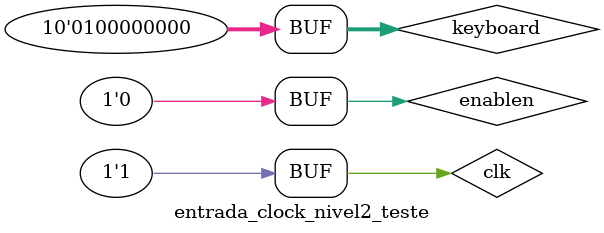
<source format=v>
`timescale 1ns/1ps
`include "entrada_clock_nivel2.v"

module entrada_clock_nivel2_teste();

    reg [9:0] keyboard;
    reg enablen;
    reg clk;
    wire [3:0] D;
    wire loadn;
    wire p_1hz;

    entrada_clock_nivel2 DUT(
        .keyboard(keyboard),
        .enablen(enablen),
        .clk(clk),
        .D(D),
        .loadn(loadn),
        .p_1hz(p_1hz)
    );

    initial begin
        $dumpfile("result.vcd");
        $dumpvars(0, entrada_clock_nivel2_teste);

            #5 keyboard = 10'b1000000000;
            clk = 1;
            enablen = 0;
            repeat(256)
                #1 clk = ~clk;

            #5 keyboard = 10'b0100000000;
            clk = 1;
            repeat(256)
                #1 clk = ~clk;

            #5 keyboard = 10'b100000000;
            clk = 1;
            enablen = 1;
            repeat(256)
                #1 clk = ~clk;

            enablen = 0;
            repeat(256)
                #1 clk = ~clk;

    end
endmodule
</source>
